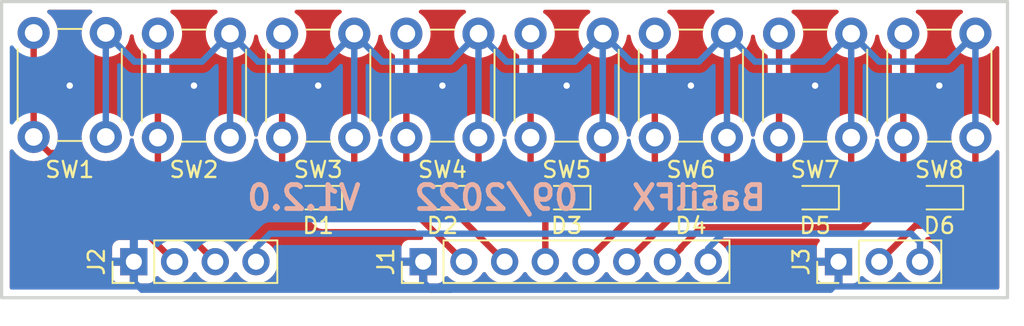
<source format=kicad_pcb>
(kicad_pcb (version 20211014) (generator pcbnew)
  (layers (0 "F.Cu" signal) (31 "B.Cu" signal) (34 "B.Paste" user) (35 "F.Paste" user) (36 "B.SilkS" user "B.Silkscreen") (37 "F.SilkS" user "F.Silkscreen") (38 "B.Mask" user) (39 "F.Mask" user) (44 "Edge.Cuts" user))
  (net 0 "")
  (net 1 "+3V3")
  (net 2 "/IF5")
  (net 3 "/IF4")
  (net 4 "/IF3")
  (net 5 "/IF2")
  (net 6 "/IF1")
  (net 7 "/IF0")
  (net 8 "GND")
  (net 9 "/SDA")
  (net 10 "/SCL")
  (net 11 "/RAIL")
  (footprint "LED_SMD:LED_0603_1608Metric" (layer "F.Cu") (at 141.5 106.25 180)
    (fp_text reference "D1" (at 0 -1.75 180) (layer "F.SilkS"))
    (fp_text value "LED")
    (fp_line (start -1.485 -0.735) (end -1.485 0.735) (layer "F.SilkS") (width 0.12))
    (fp_line (start -1.485 0.735) (end 0.8 0.735) (layer "F.SilkS") (width 0.12))
    (fp_line (start 0.8 -0.735) (end -1.485 -0.735) (layer "F.SilkS") (width 0.12))
    (pad "1" smd roundrect (at -0.7875 0 180) (size 0.875 0.95) (layers "F.Cu" "F.Paste" "F.Mask") (net 11 "/RAIL"))
    (pad "2" smd roundrect (at 0.7875 0 180) (size 0.875 0.95) (layers "F.Cu" "F.Paste" "F.Mask") (net 7 "/IF0"))
  )
  (footprint "LED_SMD:LED_0603_1608Metric" (layer "F.Cu") (at 149.25 106.25 180)
    (fp_text reference "D2" (at 0 -1.75 180) (layer "F.SilkS"))
    (fp_text value "LED")
    (fp_line (start -1.485 0.735) (end 0.8 0.735) (layer "F.SilkS") (width 0.12))
    (fp_line (start -1.485 -0.735) (end -1.485 0.735) (layer "F.SilkS") (width 0.12))
    (fp_line (start 0.8 -0.735) (end -1.485 -0.735) (layer "F.SilkS") (width 0.12))
    (pad "1" smd roundrect (at -0.7875 0 180) (size 0.875 0.95) (layers "F.Cu" "F.Paste" "F.Mask") (net 11 "/RAIL"))
    (pad "2" smd roundrect (at 0.7875 0 180) (size 0.875 0.95) (layers "F.Cu" "F.Paste" "F.Mask") (net 6 "/IF1"))
  )
  (footprint "LED_SMD:LED_0603_1608Metric" (layer "F.Cu") (at 157 106.25 180)
    (fp_text reference "D3" (at 0 -1.75 180) (layer "F.SilkS"))
    (fp_text value "LED")
    (fp_line (start -1.485 0.735) (end 0.8 0.735) (layer "F.SilkS") (width 0.12))
    (fp_line (start -1.485 -0.735) (end -1.485 0.735) (layer "F.SilkS") (width 0.12))
    (fp_line (start 0.8 -0.735) (end -1.485 -0.735) (layer "F.SilkS") (width 0.12))
    (pad "1" smd roundrect (at -0.7875 0 180) (size 0.875 0.95) (layers "F.Cu" "F.Paste" "F.Mask") (net 11 "/RAIL"))
    (pad "2" smd roundrect (at 0.7875 0 180) (size 0.875 0.95) (layers "F.Cu" "F.Paste" "F.Mask") (net 5 "/IF2"))
  )
  (footprint "LED_SMD:LED_0603_1608Metric" (layer "F.Cu") (at 164.75 106.25 180)
    (fp_text reference "D4" (at 0 -1.75 180) (layer "F.SilkS"))
    (fp_text value "LED")
    (fp_line (start -1.485 0.735) (end 0.8 0.735) (layer "F.SilkS") (width 0.12))
    (fp_line (start 0.8 -0.735) (end -1.485 -0.735) (layer "F.SilkS") (width 0.12))
    (fp_line (start -1.485 -0.735) (end -1.485 0.735) (layer "F.SilkS") (width 0.12))
    (pad "1" smd roundrect (at -0.7875 0 180) (size 0.875 0.95) (layers "F.Cu" "F.Paste" "F.Mask") (net 11 "/RAIL"))
    (pad "2" smd roundrect (at 0.7875 0 180) (size 0.875 0.95) (layers "F.Cu" "F.Paste" "F.Mask") (net 4 "/IF3"))
  )
  (footprint "LED_SMD:LED_0603_1608Metric" (layer "F.Cu") (at 172.5 106.25 180)
    (fp_text reference "D5" (at 0 -1.75 180) (layer "F.SilkS"))
    (fp_text value "LED")
    (fp_line (start -1.485 0.735) (end 0.8 0.735) (layer "F.SilkS") (width 0.12))
    (fp_line (start -1.485 -0.735) (end -1.485 0.735) (layer "F.SilkS") (width 0.12))
    (fp_line (start 0.8 -0.735) (end -1.485 -0.735) (layer "F.SilkS") (width 0.12))
    (pad "1" smd roundrect (at -0.7875 0 180) (size 0.875 0.95) (layers "F.Cu" "F.Paste" "F.Mask") (net 11 "/RAIL"))
    (pad "2" smd roundrect (at 0.7875 0 180) (size 0.875 0.95) (layers "F.Cu" "F.Paste" "F.Mask") (net 3 "/IF4"))
  )
  (footprint "LED_SMD:LED_0603_1608Metric" (layer "F.Cu") (at 180.25 106.25 180)
    (fp_text reference "D6" (at 0 -1.75 180) (layer "F.SilkS"))
    (fp_text value "LED")
    (fp_line (start -1.485 0.735) (end 0.8 0.735) (layer "F.SilkS") (width 0.12))
    (fp_line (start -1.485 -0.735) (end -1.485 0.735) (layer "F.SilkS") (width 0.12))
    (fp_line (start 0.8 -0.735) (end -1.485 -0.735) (layer "F.SilkS") (width 0.12))
    (pad "1" smd roundrect (at -0.7875 0 180) (size 0.875 0.95) (layers "F.Cu" "F.Paste" "F.Mask") (net 11 "/RAIL"))
    (pad "2" smd roundrect (at 0.7875 0 180) (size 0.875 0.95) (layers "F.Cu" "F.Paste" "F.Mask") (net 2 "/IF5"))
  )
  (footprint "Connector_PinHeader_2.54mm:PinHeader_1x08_P2.54mm_Vertical" (layer "F.Cu") (at 148.05 110.25 90)
    (fp_text reference "J1" (at 0 -2.33 90) (layer "F.SilkS"))
    (fp_text value "INTERFACE")
    (fp_line (start -1.33 1.27) (end -1.33 19.11) (layer "F.SilkS") (width 0.12))
    (fp_line (start 1.33 1.27) (end 1.33 19.11) (layer "F.SilkS") (width 0.12))
    (fp_line (start -1.33 -1.33) (end 0 -1.33) (layer "F.SilkS") (width 0.12))
    (fp_line (start -1.33 1.27) (end 1.33 1.27) (layer "F.SilkS") (width 0.12))
    (fp_line (start -1.33 0) (end -1.33 -1.33) (layer "F.SilkS") (width 0.12))
    (fp_line (start -1.33 19.11) (end 1.33 19.11) (layer "F.SilkS") (width 0.12))
    (pad "1" thru_hole rect (at 0 0 90) (size 1.7 1.7) (drill 1) (layers *.Cu *.Mask) (net 8 "GND"))
    (pad "2" thru_hole oval (at 0 2.54 90) (size 1.7 1.7) (drill 1) (layers *.Cu *.Mask) (net 7 "/IF0"))
    (pad "3" thru_hole oval (at 0 5.08 90) (size 1.7 1.7) (drill 1) (layers *.Cu *.Mask) (net 6 "/IF1"))
    (pad "4" thru_hole oval (at 0 7.62 90) (size 1.7 1.7) (drill 1) (layers *.Cu *.Mask) (net 5 "/IF2"))
    (pad "5" thru_hole oval (at 0 10.16 90) (size 1.7 1.7) (drill 1) (layers *.Cu *.Mask) (net 4 "/IF3"))
    (pad "6" thru_hole oval (at 0 12.7 90) (size 1.7 1.7) (drill 1) (layers *.Cu *.Mask) (net 3 "/IF4"))
    (pad "7" thru_hole oval (at 0 15.24 90) (size 1.7 1.7) (drill 1) (layers *.Cu *.Mask) (net 2 "/IF5"))
    (pad "8" thru_hole oval (at 0 17.78 90) (size 1.7 1.7) (drill 1) (layers *.Cu *.Mask) (net 1 "+3V3"))
  )
  (footprint "Connector_PinHeader_2.54mm:PinHeader_1x04_P2.54mm_Vertical" (layer "F.Cu") (at 130 110.25 90)
    (fp_text reference "J2" (at 0 -2.33 90) (layer "F.SilkS"))
    (fp_text value "I2C")
    (fp_line (start -1.33 8.95) (end 1.33 8.95) (layer "F.SilkS") (width 0.12))
    (fp_line (start 1.33 1.27) (end 1.33 8.95) (layer "F.SilkS") (width 0.12))
    (fp_line (start -1.33 -1.33) (end 0 -1.33) (layer "F.SilkS") (width 0.12))
    (fp_line (start -1.33 0) (end -1.33 -1.33) (layer "F.SilkS") (width 0.12))
    (fp_line (start -1.33 1.27) (end -1.33 8.95) (layer "F.SilkS") (width 0.12))
    (fp_line (start -1.33 1.27) (end 1.33 1.27) (layer "F.SilkS") (width 0.12))
    (pad "1" thru_hole rect (at 0 0 90) (size 1.7 1.7) (drill 1) (layers *.Cu *.Mask) (net 8 "GND"))
    (pad "2" thru_hole oval (at 0 2.54 90) (size 1.7 1.7) (drill 1) (layers *.Cu *.Mask) (net 10 "/SCL"))
    (pad "3" thru_hole oval (at 0 5.08 90) (size 1.7 1.7) (drill 1) (layers *.Cu *.Mask) (net 9 "/SDA"))
    (pad "4" thru_hole oval (at 0 7.62 90) (size 1.7 1.7) (drill 1) (layers *.Cu *.Mask) (net 1 "+3V3"))
  )
  (footprint "Connector_PinHeader_2.54mm:PinHeader_1x03_P2.54mm_Vertical" (layer "F.Cu") (at 173.96 110.25 90)
    (fp_text reference "J3" (at 0 -2.33 90) (layer "F.SilkS"))
    (fp_text value "PWR")
    (fp_line (start -1.33 6.41) (end 1.33 6.41) (layer "F.SilkS") (width 0.12))
    (fp_line (start -1.33 1.27) (end 1.33 1.27) (layer "F.SilkS") (width 0.12))
    (fp_line (start -1.33 1.27) (end -1.33 6.41) (layer "F.SilkS") (width 0.12))
    (fp_line (start -1.33 0) (end -1.33 -1.33) (layer "F.SilkS") (width 0.12))
    (fp_line (start -1.33 -1.33) (end 0 -1.33) (layer "F.SilkS") (width 0.12))
    (fp_line (start 1.33 1.27) (end 1.33 6.41) (layer "F.SilkS") (width 0.12))
    (pad "1" thru_hole rect (at 0 0 90) (size 1.7 1.7) (drill 1) (layers *.Cu *.Mask) (net 8 "GND"))
    (pad "2" thru_hole oval (at 0 2.54 90) (size 1.7 1.7) (drill 1) (layers *.Cu *.Mask) (net 11 "/RAIL"))
    (pad "3" thru_hole oval (at 0 5.08 90) (size 1.7 1.7) (drill 1) (layers *.Cu *.Mask) (net 1 "+3V3"))
  )
  (footprint "Button_Switch_THT:SW_PUSH_6mm" (layer "F.Cu") (at 123.75 102.4575 90)
    (fp_text reference "SW1" (at -2.0425 2.25 180) (layer "F.SilkS"))
    (fp_text value "SW")
    (fp_line (start 5.5 -1) (end 1 -1) (layer "F.SilkS") (width 0.12))
    (fp_line (start -0.25 1.5) (end -0.25 3) (layer "F.SilkS") (width 0.12))
    (fp_line (start 1 5.5) (end 5.5 5.5) (layer "F.SilkS") (width 0.12))
    (fp_line (start 6.75 3) (end 6.75 1.5) (layer "F.SilkS") (width 0.12))
    (pad "1" thru_hole circle (at 6.5 0 180) (size 2 2) (drill 1.1) (layers *.Cu *.Mask) (net 10 "/SCL"))
    (pad "1" thru_hole circle (at 0 0 180) (size 2 2) (drill 1.1) (layers *.Cu *.Mask) (net 10 "/SCL"))
    (pad "2" thru_hole circle (at 0 4.5 180) (size 2 2) (drill 1.1) (layers *.Cu *.Mask) (net 11 "/RAIL"))
    (pad "2" thru_hole circle (at 6.5 4.5 180) (size 2 2) (drill 1.1) (layers *.Cu *.Mask) (net 11 "/RAIL"))
  )
  (footprint "Button_Switch_THT:SW_PUSH_6mm" (layer "F.Cu") (at 139.25 102.5 90)
    (fp_text reference "SW3" (at -2 2.25 180) (layer "F.SilkS"))
    (fp_text value "SW")
    (fp_line (start 6.75 3) (end 6.75 1.5) (layer "F.SilkS") (width 0.12))
    (fp_line (start 1 5.5) (end 5.5 5.5) (layer "F.SilkS") (width 0.12))
    (fp_line (start -0.25 1.5) (end -0.25 3) (layer "F.SilkS") (width 0.12))
    (fp_line (start 5.5 -1) (end 1 -1) (layer "F.SilkS") (width 0.12))
    (pad "1" thru_hole circle (at 0 0 180) (size 2 2) (drill 1.1) (layers *.Cu *.Mask) (net 7 "/IF0"))
    (pad "1" thru_hole circle (at 6.5 0 180) (size 2 2) (drill 1.1) (layers *.Cu *.Mask) (net 7 "/IF0"))
    (pad "2" thru_hole circle (at 0 4.5 180) (size 2 2) (drill 1.1) (layers *.Cu *.Mask) (net 11 "/RAIL"))
    (pad "2" thru_hole circle (at 6.5 4.5 180) (size 2 2) (drill 1.1) (layers *.Cu *.Mask) (net 11 "/RAIL"))
  )
  (footprint "Button_Switch_THT:SW_PUSH_6mm" (layer "F.Cu") (at 147 102.5 90)
    (fp_text reference "SW4" (at -2 2.25 180) (layer "F.SilkS"))
    (fp_text value "SW")
    (fp_line (start 5.5 -1) (end 1 -1) (layer "F.SilkS") (width 0.12))
    (fp_line (start -0.25 1.5) (end -0.25 3) (layer "F.SilkS") (width 0.12))
    (fp_line (start 6.75 3) (end 6.75 1.5) (layer "F.SilkS") (width 0.12))
    (fp_line (start 1 5.5) (end 5.5 5.5) (layer "F.SilkS") (width 0.12))
    (pad "1" thru_hole circle (at 0 0 180) (size 2 2) (drill 1.1) (layers *.Cu *.Mask) (net 6 "/IF1"))
    (pad "1" thru_hole circle (at 6.5 0 180) (size 2 2) (drill 1.1) (layers *.Cu *.Mask) (net 6 "/IF1"))
    (pad "2" thru_hole circle (at 0 4.5 180) (size 2 2) (drill 1.1) (layers *.Cu *.Mask) (net 11 "/RAIL"))
    (pad "2" thru_hole circle (at 6.5 4.5 180) (size 2 2) (drill 1.1) (layers *.Cu *.Mask) (net 11 "/RAIL"))
  )
  (footprint "Button_Switch_THT:SW_PUSH_6mm" (layer "F.Cu") (at 154.75 102.5 90)
    (fp_text reference "SW5" (at -2 2.25 180) (layer "F.SilkS"))
    (fp_text value "SW")
    (fp_line (start 6.75 3) (end 6.75 1.5) (layer "F.SilkS") (width 0.12))
    (fp_line (start 1 5.5) (end 5.5 5.5) (layer "F.SilkS") (width 0.12))
    (fp_line (start -0.25 1.5) (end -0.25 3) (layer "F.SilkS") (width 0.12))
    (fp_line (start 5.5 -1) (end 1 -1) (layer "F.SilkS") (width 0.12))
    (pad "1" thru_hole circle (at 0 0 180) (size 2 2) (drill 1.1) (layers *.Cu *.Mask) (net 5 "/IF2"))
    (pad "1" thru_hole circle (at 6.5 0 180) (size 2 2) (drill 1.1) (layers *.Cu *.Mask) (net 5 "/IF2"))
    (pad "2" thru_hole circle (at 0 4.5 180) (size 2 2) (drill 1.1) (layers *.Cu *.Mask) (net 11 "/RAIL"))
    (pad "2" thru_hole circle (at 6.5 4.5 180) (size 2 2) (drill 1.1) (layers *.Cu *.Mask) (net 11 "/RAIL"))
  )
  (footprint "Button_Switch_THT:SW_PUSH_6mm" (layer "F.Cu") (at 162.5 102.5 90)
    (fp_text reference "SW6" (at -2 2.25 180) (layer "F.SilkS"))
    (fp_text value "SW")
    (fp_line (start 6.75 3) (end 6.75 1.5) (layer "F.SilkS") (width 0.12))
    (fp_line (start 5.5 -1) (end 1 -1) (layer "F.SilkS") (width 0.12))
    (fp_line (start -0.25 1.5) (end -0.25 3) (layer "F.SilkS") (width 0.12))
    (fp_line (start 1 5.5) (end 5.5 5.5) (layer "F.SilkS") (width 0.12))
    (pad "1" thru_hole circle (at 6.5 0 180) (size 2 2) (drill 1.1) (layers *.Cu *.Mask) (net 4 "/IF3"))
    (pad "1" thru_hole circle (at 0 0 180) (size 2 2) (drill 1.1) (layers *.Cu *.Mask) (net 4 "/IF3"))
    (pad "2" thru_hole circle (at 0 4.5 180) (size 2 2) (drill 1.1) (layers *.Cu *.Mask) (net 11 "/RAIL"))
    (pad "2" thru_hole circle (at 6.5 4.5 180) (size 2 2) (drill 1.1) (layers *.Cu *.Mask) (net 11 "/RAIL"))
  )
  (footprint "Button_Switch_THT:SW_PUSH_6mm" (layer "F.Cu") (at 170.25 102.5 90)
    (fp_text reference "SW7" (at -2 2.25 180) (layer "F.SilkS"))
    (fp_text value "SW")
    (fp_line (start 5.5 -1) (end 1 -1) (layer "F.SilkS") (width 0.12))
    (fp_line (start 1 5.5) (end 5.5 5.5) (layer "F.SilkS") (width 0.12))
    (fp_line (start 6.75 3) (end 6.75 1.5) (layer "F.SilkS") (width 0.12))
    (fp_line (start -0.25 1.5) (end -0.25 3) (layer "F.SilkS") (width 0.12))
    (pad "1" thru_hole circle (at 0 0 180) (size 2 2) (drill 1.1) (layers *.Cu *.Mask) (net 3 "/IF4"))
    (pad "1" thru_hole circle (at 6.5 0 180) (size 2 2) (drill 1.1) (layers *.Cu *.Mask) (net 3 "/IF4"))
    (pad "2" thru_hole circle (at 6.5 4.5 180) (size 2 2) (drill 1.1) (layers *.Cu *.Mask) (net 11 "/RAIL"))
    (pad "2" thru_hole circle (at 0 4.5 180) (size 2 2) (drill 1.1) (layers *.Cu *.Mask) (net 11 "/RAIL"))
  )
  (footprint "Button_Switch_THT:SW_PUSH_6mm" (layer "F.Cu") (at 178 102.5 90)
    (fp_text reference "SW8" (at -2 2.25 180) (layer "F.SilkS"))
    (fp_text value "SW")
    (fp_line (start 1 5.5) (end 5.5 5.5) (layer "F.SilkS") (width 0.12))
    (fp_line (start 6.75 3) (end 6.75 1.5) (layer "F.SilkS") (width 0.12))
    (fp_line (start -0.25 1.5) (end -0.25 3) (layer "F.SilkS") (width 0.12))
    (fp_line (start 5.5 -1) (end 1 -1) (layer "F.SilkS") (width 0.12))
    (pad "1" thru_hole circle (at 6.5 0 180) (size 2 2) (drill 1.1) (layers *.Cu *.Mask) (net 2 "/IF5"))
    (pad "1" thru_hole circle (at 0 0 180) (size 2 2) (drill 1.1) (layers *.Cu *.Mask) (net 2 "/IF5"))
    (pad "2" thru_hole circle (at 0 4.5 180) (size 2 2) (drill 1.1) (layers *.Cu *.Mask) (net 11 "/RAIL"))
    (pad "2" thru_hole circle (at 6.5 4.5 180) (size 2 2) (drill 1.1) (layers *.Cu *.Mask) (net 11 "/RAIL"))
  )
  (footprint "Button_Switch_THT:SW_PUSH_6mm" (layer "F.Cu") (at 131.5 102.5 90)
    (fp_text reference "SW2" (at -2 2.25 180) (layer "F.SilkS"))
    (fp_text value "SW")
    (fp_line (start 1 5.5) (end 5.5 5.5) (layer "F.SilkS") (width 0.12))
    (fp_line (start 6.75 3) (end 6.75 1.5) (layer "F.SilkS") (width 0.12))
    (fp_line (start -0.25 1.5) (end -0.25 3) (layer "F.SilkS") (width 0.12))
    (fp_line (start 5.5 -1) (end 1 -1) (layer "F.SilkS") (width 0.12))
    (pad "1" thru_hole circle (at 6.5 0 180) (size 2 2) (drill 1.1) (layers *.Cu *.Mask) (net 9 "/SDA"))
    (pad "1" thru_hole circle (at 0 0 180) (size 2 2) (drill 1.1) (layers *.Cu *.Mask) (net 9 "/SDA"))
    (pad "2" thru_hole circle (at 6.5 4.5 180) (size 2 2) (drill 1.1) (layers *.Cu *.Mask) (net 11 "/RAIL"))
    (pad "2" thru_hole circle (at 0 4.5 180) (size 2 2) (drill 1.1) (layers *.Cu *.Mask) (net 11 "/RAIL"))
  )
  (gr_line (start 121.75 112.5) (end 121.75 94) (layer "Edge.Cuts") (width 0.2))
  (gr_line (start 121.75 94) (end 184.5 94) (layer "Edge.Cuts") (width 0.2))
  (gr_line (start 184.5 112.5) (end 121.75 112.5) (layer "Edge.Cuts") (width 0.2))
  (gr_line (start 184.5 94) (end 184.5 112.5) (layer "Edge.Cuts") (width 0.2))
  (gr_text "BasilFX   09/2022   V1.2.0" (at 153.25 106.25) (layer "B.SilkS") (effects (font (size 1.5 1.5) (thickness 0.3)) (justify mirror)))
  (segment (start 137.62 109.38) (end 137.62 110.25) (width 0.4) (layer "B.Cu") (net 1))
  (segment (start 165.83 109.42) (end 166.75 108.5) (width 0.4) (layer "B.Cu") (net 1))
  (segment (start 166.75 108.5) (end 178.5 108.5) (width 0.4) (layer "B.Cu") (net 1))
  (segment (start 165.83 110.25) (end 165.83 109.42) (width 0.4) (layer "B.Cu") (net 1))
  (segment (start 179.04 109.04) (end 179.04 110.25) (width 0.4) (layer "B.Cu") (net 1))
  (segment (start 166.75 108.5) (end 138.5 108.5) (width 0.4) (layer "B.Cu") (net 1))
  (segment (start 178.5 108.5) (end 179.04 109.04) (width 0.4) (layer "B.Cu") (net 1))
  (segment (start 138.5 108.5) (end 137.62 109.38) (width 0.4) (layer "B.Cu") (net 1))
  (segment (start 175.44999 108.10001) (end 178 105.55) (width 0.4) (layer "F.Cu") (net 2))
  (segment (start 165.39999 108.10001) (end 175.44999 108.10001) (width 0.4) (layer "F.Cu") (net 2))
  (segment (start 163.29 110.25) (end 164.139999 109.400001) (width 0.4) (layer "F.Cu") (net 2))
  (segment (start 178.7 106.25) (end 179.4 106.25) (width 0.4) (layer "F.Cu") (net 2))
  (segment (start 178 105.55) (end 178.7 106.25) (width 0.4) (layer "F.Cu") (net 2))
  (segment (start 178 102.5) (end 178 96) (width 0.4) (layer "F.Cu") (net 2))
  (segment (start 164.139999 109.400001) (end 164.139999 109.360001) (width 0.4) (layer "F.Cu") (net 2))
  (segment (start 178 102.5) (end 178 105.55) (width 0.4) (layer "F.Cu") (net 2))
  (segment (start 164.139999 109.360001) (end 165.39999 108.10001) (width 0.4) (layer "F.Cu") (net 2))
  (segment (start 170.25 102.5) (end 170.25 96) (width 0.4) (layer "F.Cu") (net 3))
  (segment (start 169.7 107.5) (end 170.95 106.25) (width 0.4) (layer "F.Cu") (net 3))
  (segment (start 170.25 105.55) (end 170.95 106.25) (width 0.4) (layer "F.Cu") (net 3))
  (segment (start 163.5 107.5) (end 169.7 107.5) (width 0.4) (layer "F.Cu") (net 3))
  (segment (start 170.95 106.25) (end 171.65 106.25) (width 0.4) (layer "F.Cu") (net 3))
  (segment (start 160.75 110.25) (end 163.5 107.5) (width 0.4) (layer "F.Cu") (net 3))
  (segment (start 170.25 102.5) (end 170.25 105.55) (width 0.4) (layer "F.Cu") (net 3))
  (segment (start 162.5 105.55) (end 163.2 106.25) (width 0.4) (layer "F.Cu") (net 4))
  (segment (start 162.5 102.5) (end 162.5 105.55) (width 0.4) (layer "F.Cu") (net 4))
  (segment (start 163.9 106.25) (end 162.21 106.25) (width 0.4) (layer "F.Cu") (net 4))
  (segment (start 158.21 110.25) (end 162.21 106.25) (width 0.4) (layer "F.Cu") (net 4))
  (segment (start 163.2 106.25) (end 163.9 106.25) (width 0.4) (layer "F.Cu") (net 4))
  (segment (start 162.5 102.5) (end 162.5 96) (width 0.4) (layer "F.Cu") (net 4))
  (segment (start 155.45 106.25) (end 156.15 106.25) (width 0.4) (layer "F.Cu") (net 5))
  (segment (start 154.75 102.5) (end 154.75 105.55) (width 0.4) (layer "F.Cu") (net 5))
  (segment (start 154.75 102.5) (end 154.75 96) (width 0.4) (layer "F.Cu") (net 5))
  (segment (start 155.67 106.73) (end 156.15 106.25) (width 0.4) (layer "F.Cu") (net 5))
  (segment (start 154.75 105.55) (end 155.45 106.25) (width 0.4) (layer "F.Cu") (net 5))
  (segment (start 155.67 110.25) (end 155.67 106.73) (width 0.4) (layer "F.Cu") (net 5))
  (segment (start 149.55 107.5) (end 150.38 107.5) (width 0.4) (layer "F.Cu") (net 6))
  (segment (start 148.4 106.35) (end 149.55 107.5) (width 0.4) (layer "F.Cu") (net 6))
  (segment (start 147 102.5) (end 147 96) (width 0.4) (layer "F.Cu") (net 6))
  (segment (start 147 102.5) (end 147 105.55) (width 0.4) (layer "F.Cu") (net 6))
  (segment (start 150.38 107.5) (end 153.13 110.25) (width 0.4) (layer "F.Cu") (net 6))
  (segment (start 147 105.55) (end 147.7 106.25) (width 0.4) (layer "F.Cu") (net 6))
  (segment (start 147.7 106.25) (end 148.4 106.25) (width 0.4) (layer "F.Cu") (net 6))
  (segment (start 139.25 102.5) (end 139.25 96) (width 0.4) (layer "F.Cu") (net 7))
  (segment (start 141.8 107.5) (end 147.84 107.5) (width 0.4) (layer "F.Cu") (net 7))
  (segment (start 140.65 106.25) (end 139.95 106.25) (width 0.4) (layer "F.Cu") (net 7))
  (segment (start 139.25 105.55) (end 139.25 102.5) (width 0.4) (layer "F.Cu") (net 7))
  (segment (start 139.95 106.25) (end 139.25 105.55) (width 0.4) (layer "F.Cu") (net 7))
  (segment (start 147.84 107.5) (end 150.59 110.25) (width 0.4) (layer "F.Cu") (net 7))
  (segment (start 140.65 106.35) (end 141.8 107.5) (width 0.4) (layer "F.Cu") (net 7))
  (via (at 164.75 99.25) (size 0.8) (drill 0.4) (layers "F.Cu" "B.Cu") (net 8))
  (via (at 133.75 99.25) (size 0.8) (drill 0.4) (layers "F.Cu" "B.Cu") (net 8))
  (via (at 180.25 99.25) (size 0.8) (drill 0.4) (layers "F.Cu" "B.Cu") (net 8))
  (via (at 157 99.25) (size 0.8) (drill 0.4) (layers "F.Cu" "B.Cu") (net 8))
  (via (at 172.5 99.25) (size 0.8) (drill 0.4) (layers "F.Cu" "B.Cu") (net 8))
  (via (at 141.5 99.25) (size 0.8) (drill 0.4) (layers "F.Cu" "B.Cu") (net 8))
  (via (at 126 99.25) (size 0.8) (drill 0.4) (layers "F.Cu" "B.Cu") (net 8))
  (via (at 149.25 99.25) (size 0.8) (drill 0.4) (layers "F.Cu" "B.Cu") (net 8))
  (segment (start 148.05 111.5) (end 148.55 112) (width 0.4) (layer "B.Cu") (net 8))
  (segment (start 173.46 112) (end 173.96 111.5) (width 0.4) (layer "B.Cu") (net 8))
  (segment (start 130 110.25) (end 130.000001 111.500001) (width 0.4) (layer "B.Cu") (net 8))
  (segment (start 130.5 112) (end 149.75 112) (width 0.4) (layer "B.Cu") (net 8))
  (segment (start 148.05 110.25) (end 148.05 111.5) (width 0.4) (layer "B.Cu") (net 8))
  (segment (start 130.000001 111.500001) (end 130.5 112) (width 0.4) (layer "B.Cu") (net 8))
  (segment (start 149.75 112) (end 173.46 112) (width 0.4) (layer "B.Cu") (net 8))
  (segment (start 148.55 112) (end 149.75 112) (width 0.4) (layer "B.Cu") (net 8))
  (segment (start 173.96 111.5) (end 173.96 110.25) (width 0.4) (layer "B.Cu") (net 8))
  (segment (start 131.5 106.67) (end 135.08 110.25) (width 0.4) (layer "F.Cu") (net 9))
  (segment (start 131.5 102.5) (end 131.5 106.67) (width 0.4) (layer "F.Cu") (net 9))
  (segment (start 131.5 102.5) (end 131.5 96) (width 0.4) (layer "F.Cu") (net 9))
  (segment (start 125.747499 103.457499) (end 132.54 110.25) (width 0.4) (layer "F.Cu") (net 10))
  (segment (start 123.75 102.4575) (end 124.749999 103.457499) (width 0.4) (layer "F.Cu") (net 10))
  (segment (start 124.749999 103.457499) (end 125.747499 103.457499) (width 0.4) (layer "F.Cu") (net 10))
  (segment (start 123.75 102.4575) (end 123.75 95.9575) (width 0.4) (layer "F.Cu") (net 10))
  (segment (start 159.25 102.5) (end 159.25 105.55) (width 0.4) (layer "F.Cu") (net 11))
  (segment (start 174.75 102.5) (end 174.75 105.55) (width 0.4) (layer "F.Cu") (net 11))
  (segment (start 150.8 106.25) (end 150.1 106.25) (width 0.4) (layer "F.Cu") (net 11))
  (segment (start 182.5 102.5) (end 182.5 105.55) (width 0.4) (layer "F.Cu") (net 11))
  (segment (start 174.05 106.25) (end 173.35 106.25) (width 0.4) (layer "F.Cu") (net 11))
  (segment (start 159.25 105.55) (end 158.55 106.25) (width 0.4) (layer "F.Cu") (net 11))
  (segment (start 167 105.55) (end 166.3 106.25) (width 0.4) (layer "F.Cu") (net 11))
  (segment (start 179.45 108) (end 178.75 108) (width 0.4) (layer "F.Cu") (net 11))
  (segment (start 151.5 105.55) (end 150.8 106.25) (width 0.4) (layer "F.Cu") (net 11))
  (segment (start 182.5 105.55) (end 181.8 106.25) (width 0.4) (layer "F.Cu") (net 11))
  (segment (start 143.05 106.25) (end 143.75 105.55) (width 0.4) (layer "F.Cu") (net 11))
  (segment (start 181.8 106.25) (end 181.1 106.25) (width 0.4) (layer "F.Cu") (net 11))
  (segment (start 158.55 106.25) (end 157.85 106.25) (width 0.4) (layer "F.Cu") (net 11))
  (segment (start 166.3 106.25) (end 165.6 106.25) (width 0.4) (layer "F.Cu") (net 11))
  (segment (start 143.75 105.55) (end 143.75 102.5) (width 0.4) (layer "F.Cu") (net 11))
  (segment (start 181.1 106.35) (end 179.45 108) (width 0.4) (layer "F.Cu") (net 11))
  (segment (start 176.5 110.25) (end 178.75 108) (width 0.4) (layer "F.Cu") (net 11))
  (segment (start 167 102.5) (end 167 105.55) (width 0.4) (layer "F.Cu") (net 11))
  (segment (start 142.35 106.25) (end 143.05 106.25) (width 0.4) (layer "F.Cu") (net 11))
  (segment (start 174.75 105.55) (end 174.05 106.25) (width 0.4) (layer "F.Cu") (net 11))
  (segment (start 151.5 102.5) (end 151.5 105.55) (width 0.4) (layer "F.Cu") (net 11))
  (segment (start 182.5 96) (end 182.5 102.5) (width 0.4) (layer "B.Cu") (net 11))
  (segment (start 167 96) (end 167 102.5) (width 0.4) (layer "B.Cu") (net 11))
  (segment (start 153.25 97.75) (end 157.5 97.75) (width 0.4) (layer "B.Cu") (net 11))
  (segment (start 167 96) (end 168.75 97.75) (width 0.4) (layer "B.Cu") (net 11))
  (segment (start 137.75 97.75) (end 142 97.75) (width 0.4) (layer "B.Cu") (net 11))
  (segment (start 128.25 95.9575) (end 130.0425 97.75) (width 0.4) (layer "B.Cu") (net 11))
  (segment (start 174.75 96) (end 174.75 102.5) (width 0.4) (layer "B.Cu") (net 11))
  (segment (start 134.25 97.75) (end 136 96) (width 0.4) (layer "B.Cu") (net 11))
  (segment (start 136 96) (end 137.75 97.75) (width 0.4) (layer "B.Cu") (net 11))
  (segment (start 128.25 95.9575) (end 128.25 102.4575) (width 0.4) (layer "B.Cu") (net 11))
  (segment (start 159.25 96) (end 161 97.75) (width 0.4) (layer "B.Cu") (net 11))
  (segment (start 151.5 96) (end 153.25 97.75) (width 0.4) (layer "B.Cu") (net 11))
  (segment (start 145.5 97.75) (end 149.75 97.75) (width 0.4) (layer "B.Cu") (net 11))
  (segment (start 136 96) (end 136 102.5) (width 0.4) (layer "B.Cu") (net 11))
  (segment (start 143.75 96) (end 145.5 97.75) (width 0.4) (layer "B.Cu") (net 11))
  (segment (start 176.5 97.75) (end 180.75 97.75) (width 0.4) (layer "B.Cu") (net 11))
  (segment (start 130.0425 97.75) (end 134.25 97.75) (width 0.4) (layer "B.Cu") (net 11))
  (segment (start 173 97.75) (end 174.75 96) (width 0.4) (layer "B.Cu") (net 11))
  (segment (start 180.75 97.75) (end 182.5 96) (width 0.4) (layer "B.Cu") (net 11))
  (segment (start 159.25 96) (end 159.25 102.5) (width 0.4) (layer "B.Cu") (net 11))
  (segment (start 151.5 96) (end 151.5 102.5) (width 0.4) (layer "B.Cu") (net 11))
  (segment (start 142 97.75) (end 143.75 96) (width 0.4) (layer "B.Cu") (net 11))
  (segment (start 168.75 97.75) (end 173 97.75) (width 0.4) (layer "B.Cu") (net 11))
  (segment (start 157.5 97.75) (end 159.25 96) (width 0.4) (layer "B.Cu") (net 11))
  (segment (start 161 97.75) (end 165.25 97.75) (width 0.4) (layer "B.Cu") (net 11))
  (segment (start 165.25 97.75) (end 167 96) (width 0.4) (layer "B.Cu") (net 11))
  (segment (start 149.75 97.75) (end 151.5 96) (width 0.4) (layer "B.Cu") (net 11))
  (segment (start 174.75 96) (end 176.5 97.75) (width 0.4) (layer "B.Cu") (net 11))
  (segment (start 143.75 96) (end 143.75 102.5) (width 0.4) (layer "B.Cu") (net 11))
  (zone (net 8) (net_name "GND") (layer "F.Cu") (connect_pads (clearance 0.508)) (min_thickness 0.254) (fill yes (thermal_gap 0.508) (thermal_bridge_width 0.508))
    (polygon (pts (xy 122 94.25) (xy 184.25 94.25) (xy 184.25 112.25) (xy 122 112.25)))
  )
  (zone (net 8) (net_name "GND") (layer "B.Cu") (connect_pads (clearance 0.508)) (min_thickness 0.254) (fill yes (thermal_gap 0.508) (thermal_bridge_width 0.508))
    (polygon (pts (xy 122 94.25) (xy 184.25 94.25) (xy 184.25 112.25) (xy 122 112.25)))
  )
)
</source>
